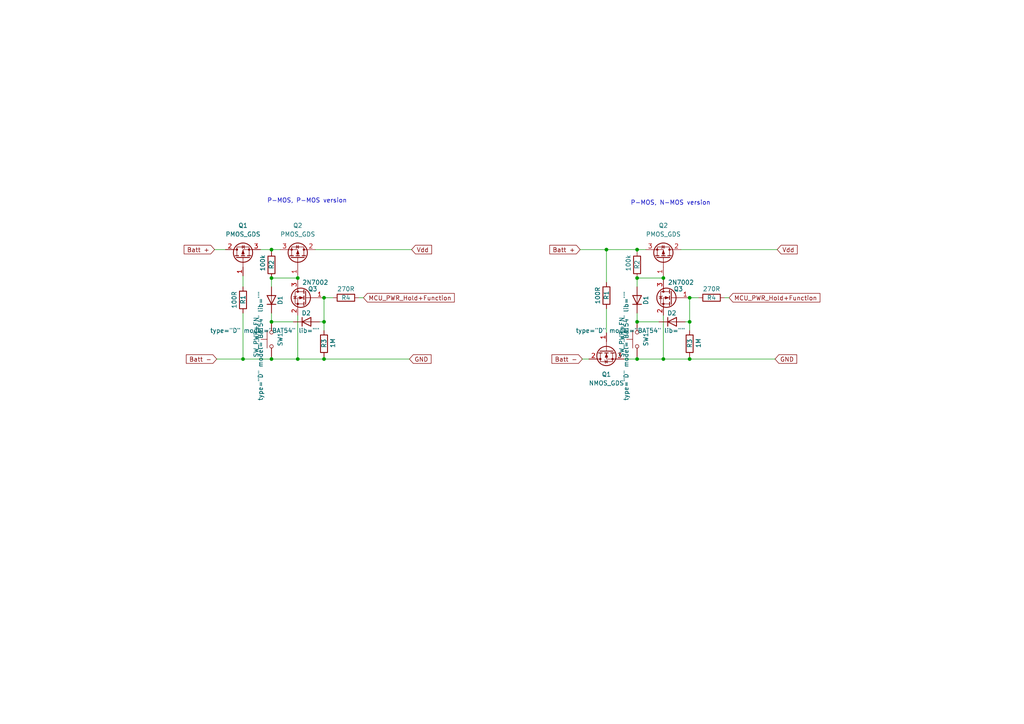
<source format=kicad_sch>
(kicad_sch (version 20211123) (generator eeschema)

  (uuid d5201b9e-2057-4d5e-99a7-9c59ca2df677)

  (paper "A4")

  (lib_symbols
    (symbol "Device:Q_NMOS_GDS" (pin_names (offset 0) hide) (in_bom yes) (on_board yes)
      (property "Reference" "Q" (id 0) (at 5.08 1.27 0)
        (effects (font (size 1.27 1.27)) (justify left))
      )
      (property "Value" "Q_NMOS_GDS" (id 1) (at 5.08 -1.27 0)
        (effects (font (size 1.27 1.27)) (justify left))
      )
      (property "Footprint" "" (id 2) (at 5.08 2.54 0)
        (effects (font (size 1.27 1.27)) hide)
      )
      (property "Datasheet" "~" (id 3) (at 0 0 0)
        (effects (font (size 1.27 1.27)) hide)
      )
      (property "ki_keywords" "transistor NMOS N-MOS N-MOSFET" (id 4) (at 0 0 0)
        (effects (font (size 1.27 1.27)) hide)
      )
      (property "ki_description" "N-MOSFET transistor, gate/drain/source" (id 5) (at 0 0 0)
        (effects (font (size 1.27 1.27)) hide)
      )
      (symbol "Q_NMOS_GDS_0_1"
        (polyline
          (pts
            (xy 0.254 0)
            (xy -2.54 0)
          )
          (stroke (width 0) (type default) (color 0 0 0 0))
          (fill (type none))
        )
        (polyline
          (pts
            (xy 0.254 1.905)
            (xy 0.254 -1.905)
          )
          (stroke (width 0.254) (type default) (color 0 0 0 0))
          (fill (type none))
        )
        (polyline
          (pts
            (xy 0.762 -1.27)
            (xy 0.762 -2.286)
          )
          (stroke (width 0.254) (type default) (color 0 0 0 0))
          (fill (type none))
        )
        (polyline
          (pts
            (xy 0.762 0.508)
            (xy 0.762 -0.508)
          )
          (stroke (width 0.254) (type default) (color 0 0 0 0))
          (fill (type none))
        )
        (polyline
          (pts
            (xy 0.762 2.286)
            (xy 0.762 1.27)
          )
          (stroke (width 0.254) (type default) (color 0 0 0 0))
          (fill (type none))
        )
        (polyline
          (pts
            (xy 2.54 2.54)
            (xy 2.54 1.778)
          )
          (stroke (width 0) (type default) (color 0 0 0 0))
          (fill (type none))
        )
        (polyline
          (pts
            (xy 2.54 -2.54)
            (xy 2.54 0)
            (xy 0.762 0)
          )
          (stroke (width 0) (type default) (color 0 0 0 0))
          (fill (type none))
        )
        (polyline
          (pts
            (xy 0.762 -1.778)
            (xy 3.302 -1.778)
            (xy 3.302 1.778)
            (xy 0.762 1.778)
          )
          (stroke (width 0) (type default) (color 0 0 0 0))
          (fill (type none))
        )
        (polyline
          (pts
            (xy 1.016 0)
            (xy 2.032 0.381)
            (xy 2.032 -0.381)
            (xy 1.016 0)
          )
          (stroke (width 0) (type default) (color 0 0 0 0))
          (fill (type outline))
        )
        (polyline
          (pts
            (xy 2.794 0.508)
            (xy 2.921 0.381)
            (xy 3.683 0.381)
            (xy 3.81 0.254)
          )
          (stroke (width 0) (type default) (color 0 0 0 0))
          (fill (type none))
        )
        (polyline
          (pts
            (xy 3.302 0.381)
            (xy 2.921 -0.254)
            (xy 3.683 -0.254)
            (xy 3.302 0.381)
          )
          (stroke (width 0) (type default) (color 0 0 0 0))
          (fill (type none))
        )
        (circle (center 1.651 0) (radius 2.794)
          (stroke (width 0.254) (type default) (color 0 0 0 0))
          (fill (type none))
        )
        (circle (center 2.54 -1.778) (radius 0.254)
          (stroke (width 0) (type default) (color 0 0 0 0))
          (fill (type outline))
        )
        (circle (center 2.54 1.778) (radius 0.254)
          (stroke (width 0) (type default) (color 0 0 0 0))
          (fill (type outline))
        )
      )
      (symbol "Q_NMOS_GDS_1_1"
        (pin input line (at -5.08 0 0) (length 2.54)
          (name "G" (effects (font (size 1.27 1.27))))
          (number "1" (effects (font (size 1.27 1.27))))
        )
        (pin passive line (at 2.54 5.08 270) (length 2.54)
          (name "D" (effects (font (size 1.27 1.27))))
          (number "2" (effects (font (size 1.27 1.27))))
        )
        (pin passive line (at 2.54 -5.08 90) (length 2.54)
          (name "S" (effects (font (size 1.27 1.27))))
          (number "3" (effects (font (size 1.27 1.27))))
        )
      )
    )
    (symbol "Device:Q_PMOS_GDS" (pin_names (offset 0) hide) (in_bom yes) (on_board yes)
      (property "Reference" "Q" (id 0) (at 5.08 1.27 0)
        (effects (font (size 1.27 1.27)) (justify left))
      )
      (property "Value" "Q_PMOS_GDS" (id 1) (at 5.08 -1.27 0)
        (effects (font (size 1.27 1.27)) (justify left))
      )
      (property "Footprint" "" (id 2) (at 5.08 2.54 0)
        (effects (font (size 1.27 1.27)) hide)
      )
      (property "Datasheet" "~" (id 3) (at 0 0 0)
        (effects (font (size 1.27 1.27)) hide)
      )
      (property "ki_keywords" "transistor PMOS P-MOS P-MOSFET" (id 4) (at 0 0 0)
        (effects (font (size 1.27 1.27)) hide)
      )
      (property "ki_description" "P-MOSFET transistor, gate/drain/source" (id 5) (at 0 0 0)
        (effects (font (size 1.27 1.27)) hide)
      )
      (symbol "Q_PMOS_GDS_0_1"
        (polyline
          (pts
            (xy 0.254 0)
            (xy -2.54 0)
          )
          (stroke (width 0) (type default) (color 0 0 0 0))
          (fill (type none))
        )
        (polyline
          (pts
            (xy 0.254 1.905)
            (xy 0.254 -1.905)
          )
          (stroke (width 0.254) (type default) (color 0 0 0 0))
          (fill (type none))
        )
        (polyline
          (pts
            (xy 0.762 -1.27)
            (xy 0.762 -2.286)
          )
          (stroke (width 0.254) (type default) (color 0 0 0 0))
          (fill (type none))
        )
        (polyline
          (pts
            (xy 0.762 0.508)
            (xy 0.762 -0.508)
          )
          (stroke (width 0.254) (type default) (color 0 0 0 0))
          (fill (type none))
        )
        (polyline
          (pts
            (xy 0.762 2.286)
            (xy 0.762 1.27)
          )
          (stroke (width 0.254) (type default) (color 0 0 0 0))
          (fill (type none))
        )
        (polyline
          (pts
            (xy 2.54 2.54)
            (xy 2.54 1.778)
          )
          (stroke (width 0) (type default) (color 0 0 0 0))
          (fill (type none))
        )
        (polyline
          (pts
            (xy 2.54 -2.54)
            (xy 2.54 0)
            (xy 0.762 0)
          )
          (stroke (width 0) (type default) (color 0 0 0 0))
          (fill (type none))
        )
        (polyline
          (pts
            (xy 0.762 1.778)
            (xy 3.302 1.778)
            (xy 3.302 -1.778)
            (xy 0.762 -1.778)
          )
          (stroke (width 0) (type default) (color 0 0 0 0))
          (fill (type none))
        )
        (polyline
          (pts
            (xy 2.286 0)
            (xy 1.27 0.381)
            (xy 1.27 -0.381)
            (xy 2.286 0)
          )
          (stroke (width 0) (type default) (color 0 0 0 0))
          (fill (type outline))
        )
        (polyline
          (pts
            (xy 2.794 -0.508)
            (xy 2.921 -0.381)
            (xy 3.683 -0.381)
            (xy 3.81 -0.254)
          )
          (stroke (width 0) (type default) (color 0 0 0 0))
          (fill (type none))
        )
        (polyline
          (pts
            (xy 3.302 -0.381)
            (xy 2.921 0.254)
            (xy 3.683 0.254)
            (xy 3.302 -0.381)
          )
          (stroke (width 0) (type default) (color 0 0 0 0))
          (fill (type none))
        )
        (circle (center 1.651 0) (radius 2.794)
          (stroke (width 0.254) (type default) (color 0 0 0 0))
          (fill (type none))
        )
        (circle (center 2.54 -1.778) (radius 0.254)
          (stroke (width 0) (type default) (color 0 0 0 0))
          (fill (type outline))
        )
        (circle (center 2.54 1.778) (radius 0.254)
          (stroke (width 0) (type default) (color 0 0 0 0))
          (fill (type outline))
        )
      )
      (symbol "Q_PMOS_GDS_1_1"
        (pin input line (at -5.08 0 0) (length 2.54)
          (name "G" (effects (font (size 1.27 1.27))))
          (number "1" (effects (font (size 1.27 1.27))))
        )
        (pin passive line (at 2.54 5.08 270) (length 2.54)
          (name "D" (effects (font (size 1.27 1.27))))
          (number "2" (effects (font (size 1.27 1.27))))
        )
        (pin passive line (at 2.54 -5.08 90) (length 2.54)
          (name "S" (effects (font (size 1.27 1.27))))
          (number "3" (effects (font (size 1.27 1.27))))
        )
      )
    )
    (symbol "Device:R" (pin_numbers hide) (pin_names (offset 0)) (in_bom yes) (on_board yes)
      (property "Reference" "R" (id 0) (at 2.032 0 90)
        (effects (font (size 1.27 1.27)))
      )
      (property "Value" "R" (id 1) (at 0 0 90)
        (effects (font (size 1.27 1.27)))
      )
      (property "Footprint" "" (id 2) (at -1.778 0 90)
        (effects (font (size 1.27 1.27)) hide)
      )
      (property "Datasheet" "~" (id 3) (at 0 0 0)
        (effects (font (size 1.27 1.27)) hide)
      )
      (property "ki_keywords" "R res resistor" (id 4) (at 0 0 0)
        (effects (font (size 1.27 1.27)) hide)
      )
      (property "ki_description" "Resistor" (id 5) (at 0 0 0)
        (effects (font (size 1.27 1.27)) hide)
      )
      (property "ki_fp_filters" "R_*" (id 6) (at 0 0 0)
        (effects (font (size 1.27 1.27)) hide)
      )
      (symbol "R_0_1"
        (rectangle (start -1.016 -2.54) (end 1.016 2.54)
          (stroke (width 0.254) (type default) (color 0 0 0 0))
          (fill (type none))
        )
      )
      (symbol "R_1_1"
        (pin passive line (at 0 3.81 270) (length 1.27)
          (name "~" (effects (font (size 1.27 1.27))))
          (number "1" (effects (font (size 1.27 1.27))))
        )
        (pin passive line (at 0 -3.81 90) (length 1.27)
          (name "~" (effects (font (size 1.27 1.27))))
          (number "2" (effects (font (size 1.27 1.27))))
        )
      )
    )
    (symbol "Simulation_SPICE:DIODE" (pin_numbers hide) (pin_names (offset 1.016) hide) (in_bom yes) (on_board yes)
      (property "Reference" "D" (id 0) (at 0 2.54 0)
        (effects (font (size 1.27 1.27)))
      )
      (property "Value" "DIODE" (id 1) (at 0 -2.54 0)
        (effects (font (size 1.27 1.27)))
      )
      (property "Footprint" "" (id 2) (at 0 0 0)
        (effects (font (size 1.27 1.27)) hide)
      )
      (property "Datasheet" "~" (id 3) (at 0 0 0)
        (effects (font (size 1.27 1.27)) hide)
      )
      (property "Spice_Netlist_Enabled" "Y" (id 4) (at 0 0 0)
        (effects (font (size 1.27 1.27)) (justify left) hide)
      )
      (property "Spice_Primitive" "D" (id 5) (at 0 0 0)
        (effects (font (size 1.27 1.27)) (justify left) hide)
      )
      (property "ki_keywords" "simulation" (id 6) (at 0 0 0)
        (effects (font (size 1.27 1.27)) hide)
      )
      (property "ki_description" "Diode, anode on pin 1, for simulation only!" (id 7) (at 0 0 0)
        (effects (font (size 1.27 1.27)) hide)
      )
      (symbol "DIODE_0_1"
        (polyline
          (pts
            (xy 1.27 0)
            (xy -1.27 0)
          )
          (stroke (width 0) (type default) (color 0 0 0 0))
          (fill (type none))
        )
        (polyline
          (pts
            (xy 1.27 1.27)
            (xy 1.27 -1.27)
          )
          (stroke (width 0.254) (type default) (color 0 0 0 0))
          (fill (type none))
        )
        (polyline
          (pts
            (xy -1.27 -1.27)
            (xy -1.27 1.27)
            (xy 1.27 0)
            (xy -1.27 -1.27)
          )
          (stroke (width 0.254) (type default) (color 0 0 0 0))
          (fill (type none))
        )
      )
      (symbol "DIODE_1_1"
        (pin passive line (at -3.81 0 0) (length 2.54)
          (name "A" (effects (font (size 1.27 1.27))))
          (number "1" (effects (font (size 1.27 1.27))))
        )
        (pin passive line (at 3.81 0 180) (length 2.54)
          (name "K" (effects (font (size 1.27 1.27))))
          (number "2" (effects (font (size 1.27 1.27))))
        )
      )
    )
    (symbol "Switch:SW_Push" (pin_numbers hide) (pin_names (offset 1.016) hide) (in_bom yes) (on_board yes)
      (property "Reference" "SW" (id 0) (at 1.27 2.54 0)
        (effects (font (size 1.27 1.27)) (justify left))
      )
      (property "Value" "SW_Push" (id 1) (at 0 -1.524 0)
        (effects (font (size 1.27 1.27)))
      )
      (property "Footprint" "" (id 2) (at 0 5.08 0)
        (effects (font (size 1.27 1.27)) hide)
      )
      (property "Datasheet" "~" (id 3) (at 0 5.08 0)
        (effects (font (size 1.27 1.27)) hide)
      )
      (property "ki_keywords" "switch normally-open pushbutton push-button" (id 4) (at 0 0 0)
        (effects (font (size 1.27 1.27)) hide)
      )
      (property "ki_description" "Push button switch, generic, two pins" (id 5) (at 0 0 0)
        (effects (font (size 1.27 1.27)) hide)
      )
      (symbol "SW_Push_0_1"
        (circle (center -2.032 0) (radius 0.508)
          (stroke (width 0) (type default) (color 0 0 0 0))
          (fill (type none))
        )
        (polyline
          (pts
            (xy 0 1.27)
            (xy 0 3.048)
          )
          (stroke (width 0) (type default) (color 0 0 0 0))
          (fill (type none))
        )
        (polyline
          (pts
            (xy 2.54 1.27)
            (xy -2.54 1.27)
          )
          (stroke (width 0) (type default) (color 0 0 0 0))
          (fill (type none))
        )
        (circle (center 2.032 0) (radius 0.508)
          (stroke (width 0) (type default) (color 0 0 0 0))
          (fill (type none))
        )
        (pin passive line (at -5.08 0 0) (length 2.54)
          (name "1" (effects (font (size 1.27 1.27))))
          (number "1" (effects (font (size 1.27 1.27))))
        )
        (pin passive line (at 5.08 0 180) (length 2.54)
          (name "2" (effects (font (size 1.27 1.27))))
          (number "2" (effects (font (size 1.27 1.27))))
        )
      )
    )
    (symbol "Transistor_FET:2N7002" (pin_names hide) (in_bom yes) (on_board yes)
      (property "Reference" "Q" (id 0) (at 5.08 1.905 0)
        (effects (font (size 1.27 1.27)) (justify left))
      )
      (property "Value" "2N7002" (id 1) (at 5.08 0 0)
        (effects (font (size 1.27 1.27)) (justify left))
      )
      (property "Footprint" "Package_TO_SOT_SMD:SOT-23" (id 2) (at 5.08 -1.905 0)
        (effects (font (size 1.27 1.27) italic) (justify left) hide)
      )
      (property "Datasheet" "https://www.onsemi.com/pub/Collateral/NDS7002A-D.PDF" (id 3) (at 0 0 0)
        (effects (font (size 1.27 1.27)) (justify left) hide)
      )
      (property "ki_keywords" "N-Channel Switching MOSFET" (id 4) (at 0 0 0)
        (effects (font (size 1.27 1.27)) hide)
      )
      (property "ki_description" "0.115A Id, 60V Vds, N-Channel MOSFET, SOT-23" (id 5) (at 0 0 0)
        (effects (font (size 1.27 1.27)) hide)
      )
      (property "ki_fp_filters" "SOT?23*" (id 6) (at 0 0 0)
        (effects (font (size 1.27 1.27)) hide)
      )
      (symbol "2N7002_0_1"
        (polyline
          (pts
            (xy 0.254 0)
            (xy -2.54 0)
          )
          (stroke (width 0) (type default) (color 0 0 0 0))
          (fill (type none))
        )
        (polyline
          (pts
            (xy 0.254 1.905)
            (xy 0.254 -1.905)
          )
          (stroke (width 0.254) (type default) (color 0 0 0 0))
          (fill (type none))
        )
        (polyline
          (pts
            (xy 0.762 -1.27)
            (xy 0.762 -2.286)
          )
          (stroke (width 0.254) (type default) (color 0 0 0 0))
          (fill (type none))
        )
        (polyline
          (pts
            (xy 0.762 0.508)
            (xy 0.762 -0.508)
          )
          (stroke (width 0.254) (type default) (color 0 0 0 0))
          (fill (type none))
        )
        (polyline
          (pts
            (xy 0.762 2.286)
            (xy 0.762 1.27)
          )
          (stroke (width 0.254) (type default) (color 0 0 0 0))
          (fill (type none))
        )
        (polyline
          (pts
            (xy 2.54 2.54)
            (xy 2.54 1.778)
          )
          (stroke (width 0) (type default) (color 0 0 0 0))
          (fill (type none))
        )
        (polyline
          (pts
            (xy 2.54 -2.54)
            (xy 2.54 0)
            (xy 0.762 0)
          )
          (stroke (width 0) (type default) (color 0 0 0 0))
          (fill (type none))
        )
        (polyline
          (pts
            (xy 0.762 -1.778)
            (xy 3.302 -1.778)
            (xy 3.302 1.778)
            (xy 0.762 1.778)
          )
          (stroke (width 0) (type default) (color 0 0 0 0))
          (fill (type none))
        )
        (polyline
          (pts
            (xy 1.016 0)
            (xy 2.032 0.381)
            (xy 2.032 -0.381)
            (xy 1.016 0)
          )
          (stroke (width 0) (type default) (color 0 0 0 0))
          (fill (type outline))
        )
        (polyline
          (pts
            (xy 2.794 0.508)
            (xy 2.921 0.381)
            (xy 3.683 0.381)
            (xy 3.81 0.254)
          )
          (stroke (width 0) (type default) (color 0 0 0 0))
          (fill (type none))
        )
        (polyline
          (pts
            (xy 3.302 0.381)
            (xy 2.921 -0.254)
            (xy 3.683 -0.254)
            (xy 3.302 0.381)
          )
          (stroke (width 0) (type default) (color 0 0 0 0))
          (fill (type none))
        )
        (circle (center 1.651 0) (radius 2.794)
          (stroke (width 0.254) (type default) (color 0 0 0 0))
          (fill (type none))
        )
        (circle (center 2.54 -1.778) (radius 0.254)
          (stroke (width 0) (type default) (color 0 0 0 0))
          (fill (type outline))
        )
        (circle (center 2.54 1.778) (radius 0.254)
          (stroke (width 0) (type default) (color 0 0 0 0))
          (fill (type outline))
        )
      )
      (symbol "2N7002_1_1"
        (pin input line (at -5.08 0 0) (length 2.54)
          (name "G" (effects (font (size 1.27 1.27))))
          (number "1" (effects (font (size 1.27 1.27))))
        )
        (pin passive line (at 2.54 -5.08 90) (length 2.54)
          (name "S" (effects (font (size 1.27 1.27))))
          (number "2" (effects (font (size 1.27 1.27))))
        )
        (pin passive line (at 2.54 5.08 270) (length 2.54)
          (name "D" (effects (font (size 1.27 1.27))))
          (number "3" (effects (font (size 1.27 1.27))))
        )
      )
    )
  )

  (junction (at 78.74 72.39) (diameter 0) (color 0 0 0 0)
    (uuid 02d882ac-047e-4724-9472-f60821c427aa)
  )
  (junction (at 86.36 104.14) (diameter 0) (color 0 0 0 0)
    (uuid 0390cff4-01ee-47f3-abc8-903391994680)
  )
  (junction (at 184.785 104.14) (diameter 0) (color 0 0 0 0)
    (uuid 377a84e9-fcaf-4280-b7d9-bcb177752215)
  )
  (junction (at 93.98 104.14) (diameter 0) (color 0 0 0 0)
    (uuid 3c64015d-f18e-4466-8203-ad5784d57ae8)
  )
  (junction (at 200.025 93.345) (diameter 0) (color 0 0 0 0)
    (uuid 3f7d8e7a-affa-4077-bc9d-760bdfec8c1b)
  )
  (junction (at 200.025 104.14) (diameter 0) (color 0 0 0 0)
    (uuid 41bcfb2b-6e7b-4062-9589-690b206215e3)
  )
  (junction (at 78.74 80.645) (diameter 0) (color 0 0 0 0)
    (uuid 5fe3b212-cdea-45d0-844e-3c62d90d8bb3)
  )
  (junction (at 93.98 86.36) (diameter 0) (color 0 0 0 0)
    (uuid 6065ea2d-1c19-4f51-808f-04b87479abb8)
  )
  (junction (at 78.74 93.345) (diameter 0) (color 0 0 0 0)
    (uuid 914536fc-a898-42f2-b927-38e2be934f62)
  )
  (junction (at 184.785 72.39) (diameter 0) (color 0 0 0 0)
    (uuid 95a1d0dc-0772-4583-9c5b-cc5fe53d2401)
  )
  (junction (at 192.405 104.14) (diameter 0) (color 0 0 0 0)
    (uuid 9a3c411c-eab7-4cc3-a0ad-d63ba3905911)
  )
  (junction (at 200.025 86.36) (diameter 0) (color 0 0 0 0)
    (uuid 9ad604c7-5c14-40b0-b777-adae50c81e61)
  )
  (junction (at 86.36 80.645) (diameter 0) (color 0 0 0 0)
    (uuid 9f759176-6208-45e0-861e-a8f0cbc1def7)
  )
  (junction (at 70.485 104.14) (diameter 0) (color 0 0 0 0)
    (uuid af59afc9-f4f9-4428-bd1b-27bff8256d8a)
  )
  (junction (at 184.785 80.645) (diameter 0) (color 0 0 0 0)
    (uuid b077c519-5a1b-4a0a-910c-73522c0dab5e)
  )
  (junction (at 93.98 93.345) (diameter 0) (color 0 0 0 0)
    (uuid c1c3d2f3-a1de-4bed-acfc-e67a03898630)
  )
  (junction (at 184.785 93.345) (diameter 0) (color 0 0 0 0)
    (uuid e5c2509d-ed35-43b4-abff-7598c2315792)
  )
  (junction (at 175.895 72.39) (diameter 0) (color 0 0 0 0)
    (uuid e95ccdfa-15ae-436f-b3f8-abc0762ed906)
  )
  (junction (at 192.405 80.645) (diameter 0) (color 0 0 0 0)
    (uuid f2f232dc-6c50-43e5-b24f-e6e8bbb5ede6)
  )
  (junction (at 78.74 104.14) (diameter 0) (color 0 0 0 0)
    (uuid f9538844-95ee-4590-9cad-dc31c3817916)
  )

  (wire (pts (xy 200.025 93.345) (xy 200.025 95.885))
    (stroke (width 0) (type default) (color 0 0 0 0))
    (uuid 046a8e38-1ca9-4654-90fc-dc3aac66c528)
  )
  (wire (pts (xy 78.74 104.14) (xy 86.36 104.14))
    (stroke (width 0) (type default) (color 0 0 0 0))
    (uuid 05c91d82-f540-4f1a-a5a0-c91f42e606ab)
  )
  (wire (pts (xy 200.025 103.505) (xy 200.025 104.14))
    (stroke (width 0) (type default) (color 0 0 0 0))
    (uuid 06c7c299-2aa5-416c-bd04-16f29f6877df)
  )
  (wire (pts (xy 184.785 80.645) (xy 184.785 83.185))
    (stroke (width 0) (type default) (color 0 0 0 0))
    (uuid 0bb283da-8d2e-43cd-9b72-1c0c2433a0dc)
  )
  (wire (pts (xy 200.025 104.14) (xy 224.79 104.14))
    (stroke (width 0) (type default) (color 0 0 0 0))
    (uuid 0e8b05c2-09d5-4cbf-8a1b-32bb174673e7)
  )
  (wire (pts (xy 210.185 86.36) (xy 211.455 86.36))
    (stroke (width 0) (type default) (color 0 0 0 0))
    (uuid 14117576-53bf-4f4f-918a-47b34ecf8500)
  )
  (wire (pts (xy 192.405 80.01) (xy 192.405 80.645))
    (stroke (width 0) (type default) (color 0 0 0 0))
    (uuid 1671945c-06ae-43e6-9d08-9b3aea479793)
  )
  (wire (pts (xy 78.74 72.39) (xy 81.28 72.39))
    (stroke (width 0) (type default) (color 0 0 0 0))
    (uuid 17f4c626-a94f-4ac1-911f-afa4b538df10)
  )
  (wire (pts (xy 180.975 104.14) (xy 184.785 104.14))
    (stroke (width 0) (type default) (color 0 0 0 0))
    (uuid 1df27fde-6226-4914-b6b8-949359b8d0f5)
  )
  (wire (pts (xy 175.895 72.39) (xy 175.895 81.915))
    (stroke (width 0) (type default) (color 0 0 0 0))
    (uuid 21ce6b0d-fa9e-4606-82bf-3b9f3a0f1124)
  )
  (wire (pts (xy 184.785 80.645) (xy 192.405 80.645))
    (stroke (width 0) (type default) (color 0 0 0 0))
    (uuid 26f175b7-421e-4815-a797-9028e312d7ea)
  )
  (wire (pts (xy 184.785 72.39) (xy 184.785 73.025))
    (stroke (width 0) (type default) (color 0 0 0 0))
    (uuid 30c1ce53-ce5f-48f5-a81f-0abe16474381)
  )
  (wire (pts (xy 184.785 93.345) (xy 191.135 93.345))
    (stroke (width 0) (type default) (color 0 0 0 0))
    (uuid 3556a9b7-ce60-4332-8057-9c55252fcf3a)
  )
  (wire (pts (xy 93.98 104.14) (xy 118.745 104.14))
    (stroke (width 0) (type default) (color 0 0 0 0))
    (uuid 456fd220-f9ae-42d7-b581-c5826cee4013)
  )
  (wire (pts (xy 70.485 90.805) (xy 70.485 104.14))
    (stroke (width 0) (type default) (color 0 0 0 0))
    (uuid 5e769217-8066-457d-9e58-00b1bf53109f)
  )
  (wire (pts (xy 184.785 90.805) (xy 184.785 93.345))
    (stroke (width 0) (type default) (color 0 0 0 0))
    (uuid 619e337b-36f4-412d-af08-72726aae6310)
  )
  (wire (pts (xy 78.74 90.805) (xy 78.74 93.345))
    (stroke (width 0) (type default) (color 0 0 0 0))
    (uuid 715e0df9-0f87-4e74-b165-5df99bd2aa34)
  )
  (wire (pts (xy 168.275 72.39) (xy 175.895 72.39))
    (stroke (width 0) (type default) (color 0 0 0 0))
    (uuid 729987a9-5790-4343-b155-d7b9424e4e3e)
  )
  (wire (pts (xy 192.405 80.645) (xy 192.405 81.28))
    (stroke (width 0) (type default) (color 0 0 0 0))
    (uuid 73a675c5-1b9d-4bd4-82d4-4b643958138b)
  )
  (wire (pts (xy 62.865 104.14) (xy 70.485 104.14))
    (stroke (width 0) (type default) (color 0 0 0 0))
    (uuid 75c4f1ad-1003-414c-9f8d-9032a9fc3401)
  )
  (wire (pts (xy 78.74 93.345) (xy 85.09 93.345))
    (stroke (width 0) (type default) (color 0 0 0 0))
    (uuid 7e22f826-07fb-48c3-9b04-6a2406505544)
  )
  (wire (pts (xy 78.74 80.645) (xy 86.36 80.645))
    (stroke (width 0) (type default) (color 0 0 0 0))
    (uuid 7eeb8785-762b-4c48-97e6-a2aa460f73a4)
  )
  (wire (pts (xy 175.895 72.39) (xy 184.785 72.39))
    (stroke (width 0) (type default) (color 0 0 0 0))
    (uuid 80624f06-3a6e-4858-8af1-e307ac5bdf7e)
  )
  (wire (pts (xy 93.98 93.345) (xy 93.98 95.885))
    (stroke (width 0) (type default) (color 0 0 0 0))
    (uuid 82bb4a50-0661-45dd-8827-a8238657c823)
  )
  (wire (pts (xy 78.74 72.39) (xy 78.74 73.025))
    (stroke (width 0) (type default) (color 0 0 0 0))
    (uuid 88f34a0d-698b-4f0d-9981-8a3b28f6b824)
  )
  (wire (pts (xy 184.785 104.14) (xy 192.405 104.14))
    (stroke (width 0) (type default) (color 0 0 0 0))
    (uuid 8a8517cc-6817-462f-9c3b-6d9857f4a817)
  )
  (wire (pts (xy 200.025 86.36) (xy 200.025 93.345))
    (stroke (width 0) (type default) (color 0 0 0 0))
    (uuid 8bcf0135-0fe8-41bd-b9d0-981082bec625)
  )
  (wire (pts (xy 168.91 104.14) (xy 170.815 104.14))
    (stroke (width 0) (type default) (color 0 0 0 0))
    (uuid 91a6dd93-0a0c-41f0-b5a2-ddb9a24be124)
  )
  (wire (pts (xy 184.785 72.39) (xy 187.325 72.39))
    (stroke (width 0) (type default) (color 0 0 0 0))
    (uuid 97846e16-abc2-4cd4-a7ed-5b023645b085)
  )
  (wire (pts (xy 200.025 86.36) (xy 202.565 86.36))
    (stroke (width 0) (type default) (color 0 0 0 0))
    (uuid a1c63fef-423d-4d0d-8013-496eb90425c2)
  )
  (wire (pts (xy 192.405 91.44) (xy 192.405 104.14))
    (stroke (width 0) (type default) (color 0 0 0 0))
    (uuid b2b4713c-e8ff-4e5e-bc39-1d7acc45f8a1)
  )
  (wire (pts (xy 70.485 104.14) (xy 78.74 104.14))
    (stroke (width 0) (type default) (color 0 0 0 0))
    (uuid b766ec85-1ea8-4a89-8bc4-487c9b6e7076)
  )
  (wire (pts (xy 86.36 104.14) (xy 93.98 104.14))
    (stroke (width 0) (type default) (color 0 0 0 0))
    (uuid b8983205-9ba6-4f77-8bb8-6dbe0715d0c5)
  )
  (wire (pts (xy 86.36 91.44) (xy 86.36 104.14))
    (stroke (width 0) (type default) (color 0 0 0 0))
    (uuid bdd64ee8-334e-4c5f-a889-00778d6799e1)
  )
  (wire (pts (xy 70.485 80.01) (xy 70.485 83.185))
    (stroke (width 0) (type default) (color 0 0 0 0))
    (uuid c956a214-d597-4414-9e97-4ae452e13dbd)
  )
  (wire (pts (xy 93.98 103.505) (xy 93.98 104.14))
    (stroke (width 0) (type default) (color 0 0 0 0))
    (uuid c999fed4-c4ae-4435-86bf-a0e0c19a7f1d)
  )
  (wire (pts (xy 93.98 86.36) (xy 93.98 93.345))
    (stroke (width 0) (type default) (color 0 0 0 0))
    (uuid caacf684-7637-4846-8d66-3a94c2dab617)
  )
  (wire (pts (xy 78.74 103.505) (xy 78.74 104.14))
    (stroke (width 0) (type default) (color 0 0 0 0))
    (uuid d3233317-4134-4184-bbe2-17e29a02300f)
  )
  (wire (pts (xy 175.895 89.535) (xy 175.895 96.52))
    (stroke (width 0) (type default) (color 0 0 0 0))
    (uuid d3c3e8ec-1a33-4803-8374-b3fec2774d2c)
  )
  (wire (pts (xy 91.44 72.39) (xy 119.38 72.39))
    (stroke (width 0) (type default) (color 0 0 0 0))
    (uuid d85a1a81-f9ff-45ee-b6e1-27ec10d04af3)
  )
  (wire (pts (xy 93.98 86.36) (xy 96.52 86.36))
    (stroke (width 0) (type default) (color 0 0 0 0))
    (uuid d932178f-84a7-42b4-878b-c9643dc27167)
  )
  (wire (pts (xy 198.755 93.345) (xy 200.025 93.345))
    (stroke (width 0) (type default) (color 0 0 0 0))
    (uuid db8a0a24-15ec-40db-9539-fe4f2881799f)
  )
  (wire (pts (xy 184.785 103.505) (xy 184.785 104.14))
    (stroke (width 0) (type default) (color 0 0 0 0))
    (uuid dbe7eee1-4043-40c0-a7a3-c3019c4e3f14)
  )
  (wire (pts (xy 75.565 72.39) (xy 78.74 72.39))
    (stroke (width 0) (type default) (color 0 0 0 0))
    (uuid e1e78f61-3cee-4923-adfd-34bf98673ce2)
  )
  (wire (pts (xy 197.485 72.39) (xy 225.425 72.39))
    (stroke (width 0) (type default) (color 0 0 0 0))
    (uuid e98ecf89-0523-48a8-9b2d-6e53fe7fe3b4)
  )
  (wire (pts (xy 192.405 104.14) (xy 200.025 104.14))
    (stroke (width 0) (type default) (color 0 0 0 0))
    (uuid f2594040-60f6-4ee7-8b92-ef4d194d7424)
  )
  (wire (pts (xy 78.74 80.645) (xy 78.74 83.185))
    (stroke (width 0) (type default) (color 0 0 0 0))
    (uuid f32d17e2-d549-464c-ac13-636b34c025c7)
  )
  (wire (pts (xy 92.71 93.345) (xy 93.98 93.345))
    (stroke (width 0) (type default) (color 0 0 0 0))
    (uuid f474d771-528a-4b8e-82a3-8068d6ec90d3)
  )
  (wire (pts (xy 62.23 72.39) (xy 65.405 72.39))
    (stroke (width 0) (type default) (color 0 0 0 0))
    (uuid f4793993-c20d-4ed6-afd4-4b049dadb976)
  )
  (wire (pts (xy 86.36 80.645) (xy 86.36 81.28))
    (stroke (width 0) (type default) (color 0 0 0 0))
    (uuid f507450c-9295-4da3-9696-79d804f92922)
  )
  (wire (pts (xy 104.14 86.36) (xy 105.41 86.36))
    (stroke (width 0) (type default) (color 0 0 0 0))
    (uuid fc87d3dd-6029-4495-a728-7dcc3d2096ce)
  )
  (wire (pts (xy 86.36 80.01) (xy 86.36 80.645))
    (stroke (width 0) (type default) (color 0 0 0 0))
    (uuid ff17d284-42da-4a74-a6c9-bcdd6cc1da6c)
  )

  (text "P-MOS, P-MOS version" (at 77.47 59.055 0)
    (effects (font (size 1.27 1.27)) (justify left bottom))
    (uuid 1ce7fbee-7e81-4ee7-90aa-2203ccc6c490)
  )
  (text "P-MOS, N-MOS version" (at 182.88 59.69 0)
    (effects (font (size 1.27 1.27)) (justify left bottom))
    (uuid b2dca279-f720-4ef1-bd72-0c06f13e1b70)
  )

  (global_label "Batt +" (shape input) (at 168.275 72.39 180) (fields_autoplaced)
    (effects (font (size 1.27 1.27)) (justify right))
    (uuid 04f365c5-3324-4946-ab35-6c14e5135c52)
    (property "Intersheet References" "${INTERSHEET_REFS}" (id 0) (at 159.4514 72.3106 0)
      (effects (font (size 1.27 1.27)) (justify right) hide)
    )
  )
  (global_label "Vdd" (shape input) (at 119.38 72.39 0) (fields_autoplaced)
    (effects (font (size 1.27 1.27)) (justify left))
    (uuid 06f1047c-9056-4106-8a8d-be14537b865e)
    (property "Intersheet References" "${INTERSHEET_REFS}" (id 0) (at 125.1798 72.3106 0)
      (effects (font (size 1.27 1.27)) (justify left) hide)
    )
  )
  (global_label "Batt +" (shape input) (at 62.23 72.39 180) (fields_autoplaced)
    (effects (font (size 1.27 1.27)) (justify right))
    (uuid 11afd795-266d-4df2-931b-18f5f6851259)
    (property "Intersheet References" "${INTERSHEET_REFS}" (id 0) (at 53.4064 72.3106 0)
      (effects (font (size 1.27 1.27)) (justify right) hide)
    )
  )
  (global_label "MCU_PWR_Hold+Function" (shape input) (at 105.41 86.36 0) (fields_autoplaced)
    (effects (font (size 1.27 1.27)) (justify left))
    (uuid 34887939-ec41-466a-856d-b33ab6eb097f)
    (property "Intersheet References" "${INTERSHEET_REFS}" (id 0) (at 131.7717 86.2806 0)
      (effects (font (size 1.27 1.27)) (justify left) hide)
    )
  )
  (global_label "GND" (shape input) (at 224.79 104.14 0) (fields_autoplaced)
    (effects (font (size 1.27 1.27)) (justify left))
    (uuid 51ae2c0b-2f8b-4550-9cd4-d04cb1f0f5d4)
    (property "Intersheet References" "${INTERSHEET_REFS}" (id 0) (at 231.0736 104.0606 0)
      (effects (font (size 1.27 1.27)) (justify left) hide)
    )
  )
  (global_label "MCU_PWR_Hold+Function" (shape input) (at 211.455 86.36 0) (fields_autoplaced)
    (effects (font (size 1.27 1.27)) (justify left))
    (uuid 675ed0c2-9306-4e91-b643-cd3618dee729)
    (property "Intersheet References" "${INTERSHEET_REFS}" (id 0) (at 237.8167 86.2806 0)
      (effects (font (size 1.27 1.27)) (justify left) hide)
    )
  )
  (global_label "Vdd" (shape input) (at 225.425 72.39 0) (fields_autoplaced)
    (effects (font (size 1.27 1.27)) (justify left))
    (uuid 82a9a4ee-b889-4937-94af-8a039df61a18)
    (property "Intersheet References" "${INTERSHEET_REFS}" (id 0) (at 231.2248 72.3106 0)
      (effects (font (size 1.27 1.27)) (justify left) hide)
    )
  )
  (global_label "Batt -" (shape input) (at 168.91 104.14 180) (fields_autoplaced)
    (effects (font (size 1.27 1.27)) (justify right))
    (uuid a9352a58-10d2-4086-84d8-efbb33b432b1)
    (property "Intersheet References" "${INTERSHEET_REFS}" (id 0) (at 160.0864 104.0606 0)
      (effects (font (size 1.27 1.27)) (justify right) hide)
    )
  )
  (global_label "GND" (shape input) (at 118.745 104.14 0) (fields_autoplaced)
    (effects (font (size 1.27 1.27)) (justify left))
    (uuid af4c464c-1d2f-43b5-bb29-e9634273a53a)
    (property "Intersheet References" "${INTERSHEET_REFS}" (id 0) (at 125.0286 104.0606 0)
      (effects (font (size 1.27 1.27)) (justify left) hide)
    )
  )
  (global_label "Batt -" (shape input) (at 62.865 104.14 180) (fields_autoplaced)
    (effects (font (size 1.27 1.27)) (justify right))
    (uuid dcbdda83-e793-44a2-9b7b-73ff7177d8fc)
    (property "Intersheet References" "${INTERSHEET_REFS}" (id 0) (at 54.0414 104.0606 0)
      (effects (font (size 1.27 1.27)) (justify right) hide)
    )
  )

  (symbol (lib_id "Device:R") (at 100.33 86.36 90) (unit 1)
    (in_bom yes) (on_board yes)
    (uuid 009cf9ef-c197-41d2-9dae-cbc91a051107)
    (property "Reference" "R4" (id 0) (at 100.33 86.36 90))
    (property "Value" "270R" (id 1) (at 100.33 83.82 90))
    (property "Footprint" "" (id 2) (at 100.33 88.138 90)
      (effects (font (size 1.27 1.27)) hide)
    )
    (property "Datasheet" "~" (id 3) (at 100.33 86.36 0)
      (effects (font (size 1.27 1.27)) hide)
    )
    (pin "1" (uuid 791e573d-58c2-4848-8933-b4f5576ae8a5))
    (pin "2" (uuid 2cf1dfa4-cc28-4307-af54-cae3dd5a3793))
  )

  (symbol (lib_id "Simulation_SPICE:DIODE") (at 184.785 86.995 270) (unit 1)
    (in_bom yes) (on_board yes)
    (uuid 17e91d69-2cc6-4578-972f-b63f220e2f7d)
    (property "Reference" "D1" (id 0) (at 187.325 85.725 0)
      (effects (font (size 1.27 1.27)) (justify left))
    )
    (property "Value" "BAT54" (id 1) (at 181.61 84.455 0)
      (effects (font (size 1.27 1.27)) (justify left))
    )
    (property "Footprint" "" (id 2) (at 184.785 86.995 0)
      (effects (font (size 1.27 1.27)) hide)
    )
    (property "Datasheet" "~" (id 3) (at 184.785 86.995 0)
      (effects (font (size 1.27 1.27)) hide)
    )
    (property "Spice_Netlist_Enabled" "Y" (id 4) (at 184.785 86.995 0)
      (effects (font (size 1.27 1.27)) (justify left) hide)
    )
    (property "Spice_Primitive" "D" (id 5) (at 184.785 86.995 0)
      (effects (font (size 1.27 1.27)) (justify left) hide)
    )
    (pin "1" (uuid ee7013fc-c4a6-4084-a359-32244e8603b0))
    (pin "2" (uuid e8256a99-bf23-4fc3-abaf-3f5acbff7dfa))
  )

  (symbol (lib_id "Simulation_SPICE:DIODE") (at 78.74 86.995 270) (unit 1)
    (in_bom yes) (on_board yes)
    (uuid 3c027b44-d4b6-40f5-8e8e-a9653b59c0ad)
    (property "Reference" "D1" (id 0) (at 81.28 85.725 0)
      (effects (font (size 1.27 1.27)) (justify left))
    )
    (property "Value" "BAT54" (id 1) (at 75.565 84.455 0)
      (effects (font (size 1.27 1.27)) (justify left))
    )
    (property "Footprint" "" (id 2) (at 78.74 86.995 0)
      (effects (font (size 1.27 1.27)) hide)
    )
    (property "Datasheet" "~" (id 3) (at 78.74 86.995 0)
      (effects (font (size 1.27 1.27)) hide)
    )
    (property "Spice_Netlist_Enabled" "Y" (id 4) (at 78.74 86.995 0)
      (effects (font (size 1.27 1.27)) (justify left) hide)
    )
    (property "Spice_Primitive" "D" (id 5) (at 78.74 86.995 0)
      (effects (font (size 1.27 1.27)) (justify left) hide)
    )
    (pin "1" (uuid b2718015-6d5d-4a95-9969-819ded23a82b))
    (pin "2" (uuid 96bf26a3-5135-4c4c-918b-0defc292eabe))
  )

  (symbol (lib_id "Device:Q_NMOS_GDS") (at 175.895 101.6 90) (mirror x) (unit 1)
    (in_bom yes) (on_board yes) (fields_autoplaced)
    (uuid 4441bac5-1751-4d20-a388-44bcc9358eed)
    (property "Reference" "Q1" (id 0) (at 175.895 108.585 90))
    (property "Value" "NMOS_GDS" (id 1) (at 175.895 111.125 90))
    (property "Footprint" "" (id 2) (at 173.355 106.68 0)
      (effects (font (size 1.27 1.27)) hide)
    )
    (property "Datasheet" "~" (id 3) (at 175.895 101.6 0)
      (effects (font (size 1.27 1.27)) hide)
    )
    (pin "1" (uuid c710dae2-b47a-4c98-a49c-1c36200b333c))
    (pin "2" (uuid 9098c841-385e-41ea-b798-26c95754e880))
    (pin "3" (uuid fd73348b-39de-4d20-b438-fa7ef867595c))
  )

  (symbol (lib_id "Simulation_SPICE:DIODE") (at 194.945 93.345 180) (unit 1)
    (in_bom yes) (on_board yes)
    (uuid 455386eb-1a4a-46d7-bdbb-c05d76f05957)
    (property "Reference" "D2" (id 0) (at 196.215 90.805 0)
      (effects (font (size 1.27 1.27)) (justify left))
    )
    (property "Value" "BAT54" (id 1) (at 198.755 95.885 0)
      (effects (font (size 1.27 1.27)) (justify left))
    )
    (property "Footprint" "" (id 2) (at 194.945 93.345 0)
      (effects (font (size 1.27 1.27)) hide)
    )
    (property "Datasheet" "~" (id 3) (at 194.945 93.345 0)
      (effects (font (size 1.27 1.27)) hide)
    )
    (property "Spice_Netlist_Enabled" "Y" (id 4) (at 194.945 93.345 0)
      (effects (font (size 1.27 1.27)) (justify left) hide)
    )
    (property "Spice_Primitive" "D" (id 5) (at 194.945 93.345 0)
      (effects (font (size 1.27 1.27)) (justify left) hide)
    )
    (pin "1" (uuid adf3f3c8-c463-4eb6-962b-36e658cfa6ff))
    (pin "2" (uuid e61c2735-f07a-420f-8e20-f12f6f934b51))
  )

  (symbol (lib_id "Device:R") (at 70.485 86.995 0) (mirror x) (unit 1)
    (in_bom yes) (on_board yes)
    (uuid 4c057008-da61-4c1f-a146-9a13b6e2e0a8)
    (property "Reference" "R1" (id 0) (at 70.485 88.265 90)
      (effects (font (size 1.27 1.27)) (justify right))
    )
    (property "Value" "100R" (id 1) (at 67.945 89.535 90)
      (effects (font (size 1.27 1.27)) (justify right))
    )
    (property "Footprint" "" (id 2) (at 68.707 86.995 90)
      (effects (font (size 1.27 1.27)) hide)
    )
    (property "Datasheet" "~" (id 3) (at 70.485 86.995 0)
      (effects (font (size 1.27 1.27)) hide)
    )
    (pin "1" (uuid 84e7b4ee-6a8b-4586-977c-df31792c4abe))
    (pin "2" (uuid d57f6d22-bb2a-4a69-9814-5974022a87c9))
  )

  (symbol (lib_id "Device:R") (at 206.375 86.36 90) (unit 1)
    (in_bom yes) (on_board yes)
    (uuid 4dcdbc29-7410-4c46-bc3c-f1006834e8b2)
    (property "Reference" "R4" (id 0) (at 206.375 86.36 90))
    (property "Value" "270R" (id 1) (at 206.375 83.82 90))
    (property "Footprint" "" (id 2) (at 206.375 88.138 90)
      (effects (font (size 1.27 1.27)) hide)
    )
    (property "Datasheet" "~" (id 3) (at 206.375 86.36 0)
      (effects (font (size 1.27 1.27)) hide)
    )
    (pin "1" (uuid 55fcb719-6064-491a-bf77-bde5c3ec3d2d))
    (pin "2" (uuid 369052ac-5a12-42ac-ac86-fc570c0218a9))
  )

  (symbol (lib_id "Simulation_SPICE:DIODE") (at 88.9 93.345 180) (unit 1)
    (in_bom yes) (on_board yes)
    (uuid 566efc07-237a-46d2-8a7d-a5ade6fd468a)
    (property "Reference" "D2" (id 0) (at 90.17 90.805 0)
      (effects (font (size 1.27 1.27)) (justify left))
    )
    (property "Value" "BAT54" (id 1) (at 92.71 95.885 0)
      (effects (font (size 1.27 1.27)) (justify left))
    )
    (property "Footprint" "" (id 2) (at 88.9 93.345 0)
      (effects (font (size 1.27 1.27)) hide)
    )
    (property "Datasheet" "~" (id 3) (at 88.9 93.345 0)
      (effects (font (size 1.27 1.27)) hide)
    )
    (property "Spice_Netlist_Enabled" "Y" (id 4) (at 88.9 93.345 0)
      (effects (font (size 1.27 1.27)) (justify left) hide)
    )
    (property "Spice_Primitive" "D" (id 5) (at 88.9 93.345 0)
      (effects (font (size 1.27 1.27)) (justify left) hide)
    )
    (pin "1" (uuid 714a6574-6441-40cd-bca7-7f09c95c9357))
    (pin "2" (uuid 76d97fa0-b806-4e92-9cca-bd97b6d1f1da))
  )

  (symbol (lib_id "Device:R") (at 175.895 85.725 0) (mirror x) (unit 1)
    (in_bom yes) (on_board yes)
    (uuid 5c2b8b7b-a447-425f-b92c-175977dd71d1)
    (property "Reference" "R1" (id 0) (at 175.895 86.995 90)
      (effects (font (size 1.27 1.27)) (justify right))
    )
    (property "Value" "100R" (id 1) (at 173.355 88.265 90)
      (effects (font (size 1.27 1.27)) (justify right))
    )
    (property "Footprint" "" (id 2) (at 174.117 85.725 90)
      (effects (font (size 1.27 1.27)) hide)
    )
    (property "Datasheet" "~" (id 3) (at 175.895 85.725 0)
      (effects (font (size 1.27 1.27)) hide)
    )
    (pin "1" (uuid de761928-e27f-488f-965c-0b9c0468671a))
    (pin "2" (uuid 991aa513-e324-4c76-be09-8f79ac33dcc7))
  )

  (symbol (lib_id "Switch:SW_Push") (at 78.74 98.425 90) (unit 1)
    (in_bom yes) (on_board yes)
    (uuid 68158bda-ba01-4943-9e4e-87c974cfa50f)
    (property "Reference" "SW1" (id 0) (at 81.28 98.425 0))
    (property "Value" "SW_PWR+FN" (id 1) (at 74.295 97.79 0))
    (property "Footprint" "" (id 2) (at 73.66 98.425 0)
      (effects (font (size 1.27 1.27)) hide)
    )
    (property "Datasheet" "~" (id 3) (at 73.66 98.425 0)
      (effects (font (size 1.27 1.27)) hide)
    )
    (pin "1" (uuid a4bfe855-3485-4c74-b5f2-ea10e759f676))
    (pin "2" (uuid a95db991-07d2-481c-8546-5cc1a69d5f7a))
  )

  (symbol (lib_id "Device:Q_PMOS_GDS") (at 70.485 74.93 90) (unit 1)
    (in_bom yes) (on_board yes) (fields_autoplaced)
    (uuid 74c91c83-bdae-45d3-b237-f84e08245350)
    (property "Reference" "Q1" (id 0) (at 70.485 65.405 90))
    (property "Value" "PMOS_GDS" (id 1) (at 70.485 67.945 90))
    (property "Footprint" "" (id 2) (at 67.945 69.85 0)
      (effects (font (size 1.27 1.27)) hide)
    )
    (property "Datasheet" "~" (id 3) (at 70.485 74.93 0)
      (effects (font (size 1.27 1.27)) hide)
    )
    (pin "1" (uuid 50b4e299-f4bc-4eb4-aa81-dec23ac6f012))
    (pin "2" (uuid 69d393d2-cfa6-4a91-936c-7dcf5619fffa))
    (pin "3" (uuid 4fa005d5-a67d-4c2b-8667-c66cdea0b8b8))
  )

  (symbol (lib_id "Switch:SW_Push") (at 184.785 98.425 90) (unit 1)
    (in_bom yes) (on_board yes)
    (uuid a4605a6c-42a7-49e4-83f7-35d07c4b44d0)
    (property "Reference" "SW1" (id 0) (at 187.325 98.425 0))
    (property "Value" "SW_PWR+FN" (id 1) (at 180.34 97.79 0))
    (property "Footprint" "" (id 2) (at 179.705 98.425 0)
      (effects (font (size 1.27 1.27)) hide)
    )
    (property "Datasheet" "~" (id 3) (at 179.705 98.425 0)
      (effects (font (size 1.27 1.27)) hide)
    )
    (pin "1" (uuid 749478a4-f9d8-4e80-a640-2b1c082e9590))
    (pin "2" (uuid afba6069-2bbb-4a24-a768-df872131f897))
  )

  (symbol (lib_id "Transistor_FET:2N7002") (at 88.9 86.36 0) (mirror y) (unit 1)
    (in_bom yes) (on_board yes)
    (uuid a55bcc1e-60e1-49e6-8e4b-3bb57bdb97ea)
    (property "Reference" "Q3" (id 0) (at 92.075 83.82 0)
      (effects (font (size 1.27 1.27)) (justify left))
    )
    (property "Value" "2N7002" (id 1) (at 95.25 81.915 0)
      (effects (font (size 1.27 1.27)) (justify left))
    )
    (property "Footprint" "Package_TO_SOT_SMD:SOT-23" (id 2) (at 83.82 88.265 0)
      (effects (font (size 1.27 1.27) italic) (justify left) hide)
    )
    (property "Datasheet" "https://www.onsemi.com/pub/Collateral/NDS7002A-D.PDF" (id 3) (at 88.9 86.36 0)
      (effects (font (size 1.27 1.27)) (justify left) hide)
    )
    (pin "1" (uuid 8786f1ee-9399-4e29-95fc-7f4f11c1605b))
    (pin "2" (uuid be35e595-ceaf-4319-8ea0-7f20678d2848))
    (pin "3" (uuid 8f24f6bd-6afe-47b9-bc61-bcb9ef61e848))
  )

  (symbol (lib_id "Device:R") (at 78.74 76.835 180) (unit 1)
    (in_bom yes) (on_board yes)
    (uuid a881b0b1-114a-4beb-8d0f-5a1d8e7641e2)
    (property "Reference" "R2" (id 0) (at 78.74 78.105 90)
      (effects (font (size 1.27 1.27)) (justify right))
    )
    (property "Value" "100k" (id 1) (at 76.2 78.74 90)
      (effects (font (size 1.27 1.27)) (justify right))
    )
    (property "Footprint" "" (id 2) (at 80.518 76.835 90)
      (effects (font (size 1.27 1.27)) hide)
    )
    (property "Datasheet" "~" (id 3) (at 78.74 76.835 0)
      (effects (font (size 1.27 1.27)) hide)
    )
    (pin "1" (uuid b1bc6e60-b417-49d8-b6a5-29993fd2a155))
    (pin "2" (uuid e979453a-396a-4cfa-9944-5473151b3919))
  )

  (symbol (lib_id "Transistor_FET:2N7002") (at 194.945 86.36 0) (mirror y) (unit 1)
    (in_bom yes) (on_board yes)
    (uuid d6a5369b-1001-43b3-af63-e960c46560ac)
    (property "Reference" "Q3" (id 0) (at 198.12 83.82 0)
      (effects (font (size 1.27 1.27)) (justify left))
    )
    (property "Value" "2N7002" (id 1) (at 201.295 81.915 0)
      (effects (font (size 1.27 1.27)) (justify left))
    )
    (property "Footprint" "Package_TO_SOT_SMD:SOT-23" (id 2) (at 189.865 88.265 0)
      (effects (font (size 1.27 1.27) italic) (justify left) hide)
    )
    (property "Datasheet" "https://www.onsemi.com/pub/Collateral/NDS7002A-D.PDF" (id 3) (at 194.945 86.36 0)
      (effects (font (size 1.27 1.27)) (justify left) hide)
    )
    (pin "1" (uuid 4db82b55-94b0-4a84-b719-4dd1d87b33c8))
    (pin "2" (uuid e06f792b-317f-4448-9604-51a3220a8414))
    (pin "3" (uuid e969f026-4069-4f53-b274-45ec07dc359f))
  )

  (symbol (lib_id "Device:R") (at 200.025 99.695 180) (unit 1)
    (in_bom yes) (on_board yes)
    (uuid de33e75f-04b7-4f97-a29e-1086adbe8163)
    (property "Reference" "R3" (id 0) (at 200.025 100.965 90)
      (effects (font (size 1.27 1.27)) (justify right))
    )
    (property "Value" "1M" (id 1) (at 202.565 100.965 90)
      (effects (font (size 1.27 1.27)) (justify right))
    )
    (property "Footprint" "" (id 2) (at 201.803 99.695 90)
      (effects (font (size 1.27 1.27)) hide)
    )
    (property "Datasheet" "~" (id 3) (at 200.025 99.695 0)
      (effects (font (size 1.27 1.27)) hide)
    )
    (pin "1" (uuid 15acfb8a-ef4e-4304-9f03-c62eb611490b))
    (pin "2" (uuid ed12b88d-2f27-4b06-90de-365889538fe6))
  )

  (symbol (lib_id "Device:R") (at 93.98 99.695 180) (unit 1)
    (in_bom yes) (on_board yes)
    (uuid e48e44e2-de1c-4a3f-82a7-ca56acdfa188)
    (property "Reference" "R3" (id 0) (at 93.98 100.965 90)
      (effects (font (size 1.27 1.27)) (justify right))
    )
    (property "Value" "1M" (id 1) (at 96.52 100.965 90)
      (effects (font (size 1.27 1.27)) (justify right))
    )
    (property "Footprint" "" (id 2) (at 95.758 99.695 90)
      (effects (font (size 1.27 1.27)) hide)
    )
    (property "Datasheet" "~" (id 3) (at 93.98 99.695 0)
      (effects (font (size 1.27 1.27)) hide)
    )
    (pin "1" (uuid 1f755f5a-2583-4d25-b42d-163f01d3be23))
    (pin "2" (uuid 114c631a-bcc6-4d58-bf66-70a9a3ffa772))
  )

  (symbol (lib_id "Device:R") (at 184.785 76.835 180) (unit 1)
    (in_bom yes) (on_board yes)
    (uuid f488478d-9377-4a97-a40f-bec754522fb0)
    (property "Reference" "R2" (id 0) (at 184.785 78.105 90)
      (effects (font (size 1.27 1.27)) (justify right))
    )
    (property "Value" "100k" (id 1) (at 182.245 78.74 90)
      (effects (font (size 1.27 1.27)) (justify right))
    )
    (property "Footprint" "" (id 2) (at 186.563 76.835 90)
      (effects (font (size 1.27 1.27)) hide)
    )
    (property "Datasheet" "~" (id 3) (at 184.785 76.835 0)
      (effects (font (size 1.27 1.27)) hide)
    )
    (pin "1" (uuid fb1bf88b-89e7-4309-8680-065bc727548d))
    (pin "2" (uuid f42ef6c1-06e2-4473-b74b-3219de51dfbf))
  )

  (symbol (lib_id "Device:Q_PMOS_GDS") (at 192.405 74.93 270) (mirror x) (unit 1)
    (in_bom yes) (on_board yes) (fields_autoplaced)
    (uuid fc14246b-1ef8-4a13-8c03-07da7f647513)
    (property "Reference" "Q2" (id 0) (at 192.405 65.405 90))
    (property "Value" "PMOS_GDS" (id 1) (at 192.405 67.945 90))
    (property "Footprint" "" (id 2) (at 194.945 69.85 0)
      (effects (font (size 1.27 1.27)) hide)
    )
    (property "Datasheet" "~" (id 3) (at 192.405 74.93 0)
      (effects (font (size 1.27 1.27)) hide)
    )
    (pin "1" (uuid 07784c62-7d12-4dfb-85c1-153e2b7d0997))
    (pin "2" (uuid 99bfd7e8-9a13-4fd1-bdfa-3594720c9a86))
    (pin "3" (uuid feed7d83-63ce-4f8a-906d-ed8b01b3f711))
  )

  (symbol (lib_id "Device:Q_PMOS_GDS") (at 86.36 74.93 270) (mirror x) (unit 1)
    (in_bom yes) (on_board yes) (fields_autoplaced)
    (uuid ffdca17d-6917-4938-9c7a-4a10238ad987)
    (property "Reference" "Q2" (id 0) (at 86.36 65.405 90))
    (property "Value" "PMOS_GDS" (id 1) (at 86.36 67.945 90))
    (property "Footprint" "" (id 2) (at 88.9 69.85 0)
      (effects (font (size 1.27 1.27)) hide)
    )
    (property "Datasheet" "~" (id 3) (at 86.36 74.93 0)
      (effects (font (size 1.27 1.27)) hide)
    )
    (pin "1" (uuid 2e0febff-9d46-4782-b89e-fdd29a42156a))
    (pin "2" (uuid 7a4f4ca2-b3ea-481c-8993-5d1fecbff18f))
    (pin "3" (uuid 9bd59dd0-7212-4404-8a35-a18b5dcad3f0))
  )

  (sheet_instances
    (path "/" (page "1"))
  )

  (symbol_instances
    (path "/17e91d69-2cc6-4578-972f-b63f220e2f7d"
      (reference "D1") (unit 1) (value "BAT54") (footprint "")
    )
    (path "/3c027b44-d4b6-40f5-8e8e-a9653b59c0ad"
      (reference "D1") (unit 1) (value "BAT54") (footprint "")
    )
    (path "/455386eb-1a4a-46d7-bdbb-c05d76f05957"
      (reference "D2") (unit 1) (value "BAT54") (footprint "")
    )
    (path "/566efc07-237a-46d2-8a7d-a5ade6fd468a"
      (reference "D2") (unit 1) (value "BAT54") (footprint "")
    )
    (path "/4441bac5-1751-4d20-a388-44bcc9358eed"
      (reference "Q1") (unit 1) (value "NMOS_GDS") (footprint "")
    )
    (path "/74c91c83-bdae-45d3-b237-f84e08245350"
      (reference "Q1") (unit 1) (value "PMOS_GDS") (footprint "")
    )
    (path "/fc14246b-1ef8-4a13-8c03-07da7f647513"
      (reference "Q2") (unit 1) (value "PMOS_GDS") (footprint "")
    )
    (path "/ffdca17d-6917-4938-9c7a-4a10238ad987"
      (reference "Q2") (unit 1) (value "PMOS_GDS") (footprint "")
    )
    (path "/a55bcc1e-60e1-49e6-8e4b-3bb57bdb97ea"
      (reference "Q3") (unit 1) (value "2N7002") (footprint "Package_TO_SOT_SMD:SOT-23")
    )
    (path "/d6a5369b-1001-43b3-af63-e960c46560ac"
      (reference "Q3") (unit 1) (value "2N7002") (footprint "Package_TO_SOT_SMD:SOT-23")
    )
    (path "/4c057008-da61-4c1f-a146-9a13b6e2e0a8"
      (reference "R1") (unit 1) (value "100R") (footprint "")
    )
    (path "/5c2b8b7b-a447-425f-b92c-175977dd71d1"
      (reference "R1") (unit 1) (value "100R") (footprint "")
    )
    (path "/a881b0b1-114a-4beb-8d0f-5a1d8e7641e2"
      (reference "R2") (unit 1) (value "100k") (footprint "")
    )
    (path "/f488478d-9377-4a97-a40f-bec754522fb0"
      (reference "R2") (unit 1) (value "100k") (footprint "")
    )
    (path "/de33e75f-04b7-4f97-a29e-1086adbe8163"
      (reference "R3") (unit 1) (value "1M") (footprint "")
    )
    (path "/e48e44e2-de1c-4a3f-82a7-ca56acdfa188"
      (reference "R3") (unit 1) (value "1M") (footprint "")
    )
    (path "/009cf9ef-c197-41d2-9dae-cbc91a051107"
      (reference "R4") (unit 1) (value "270R") (footprint "")
    )
    (path "/4dcdbc29-7410-4c46-bc3c-f1006834e8b2"
      (reference "R4") (unit 1) (value "270R") (footprint "")
    )
    (path "/68158bda-ba01-4943-9e4e-87c974cfa50f"
      (reference "SW1") (unit 1) (value "SW_PWR+FN") (footprint "")
    )
    (path "/a4605a6c-42a7-49e4-83f7-35d07c4b44d0"
      (reference "SW1") (unit 1) (value "SW_PWR+FN") (footprint "")
    )
  )
)

</source>
